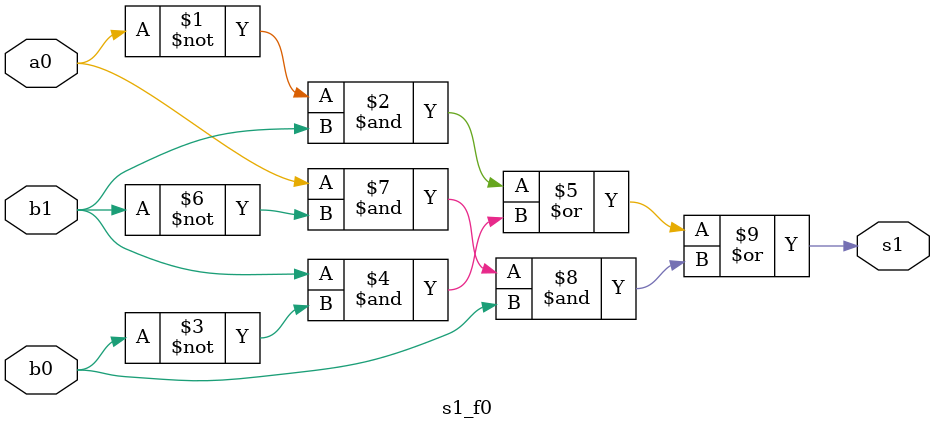
<source format=v>
module s1_f0(a0, b1, b0, s1);
  input a0, b1, b0;
  output s1;
  
  assign s1 = ((~a0 & b1) | (b1 & ~b0) | (a0 & ~b1 & b0));
endmodule
</source>
